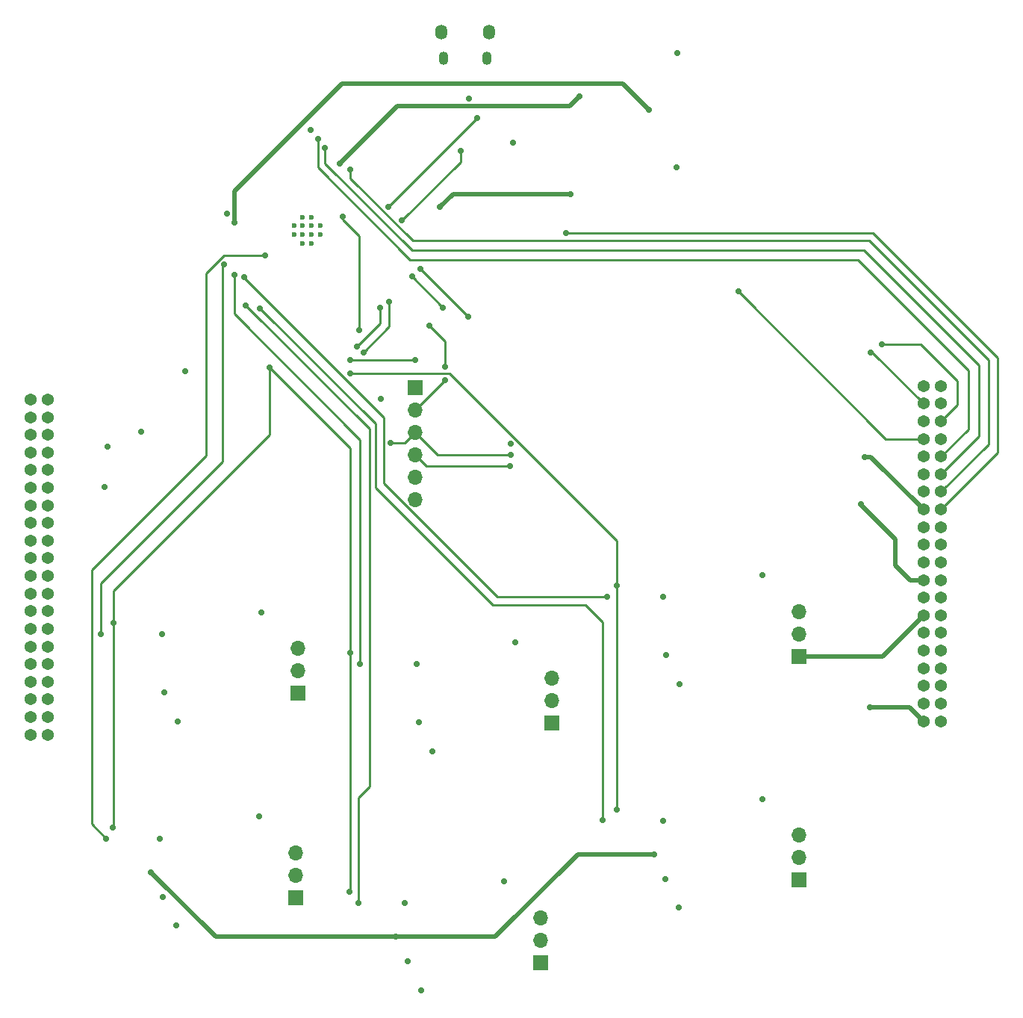
<source format=gbr>
%TF.GenerationSoftware,KiCad,Pcbnew,7.0.7*%
%TF.CreationDate,2024-02-25T10:58:23-08:00*%
%TF.ProjectId,Core-board 2,436f7265-2d62-46f6-9172-6420322e6b69,rev?*%
%TF.SameCoordinates,Original*%
%TF.FileFunction,Copper,L4,Bot*%
%TF.FilePolarity,Positive*%
%FSLAX46Y46*%
G04 Gerber Fmt 4.6, Leading zero omitted, Abs format (unit mm)*
G04 Created by KiCad (PCBNEW 7.0.7) date 2024-02-25 10:58:23*
%MOMM*%
%LPD*%
G01*
G04 APERTURE LIST*
%TA.AperFunction,ComponentPad*%
%ADD10R,1.700000X1.700000*%
%TD*%
%TA.AperFunction,ComponentPad*%
%ADD11O,1.700000X1.700000*%
%TD*%
%TA.AperFunction,HeatsinkPad*%
%ADD12C,0.600000*%
%TD*%
%TA.AperFunction,ComponentPad*%
%ADD13O,1.350000X1.700000*%
%TD*%
%TA.AperFunction,ComponentPad*%
%ADD14O,1.100000X1.500000*%
%TD*%
%TA.AperFunction,ComponentPad*%
%ADD15C,1.371600*%
%TD*%
%TA.AperFunction,ViaPad*%
%ADD16C,0.711200*%
%TD*%
%TA.AperFunction,Conductor*%
%ADD17C,0.508000*%
%TD*%
%TA.AperFunction,Conductor*%
%ADD18C,0.254000*%
%TD*%
G04 APERTURE END LIST*
D10*
%TO.P,J9,1,Pin_1*%
%TO.N,/HX2_E+*%
X137782500Y-110465000D03*
D11*
%TO.P,J9,2,Pin_2*%
%TO.N,GND*%
X137782500Y-107925000D03*
%TO.P,J9,3,Pin_3*%
%TO.N,/HX2_A+*%
X137782500Y-105385000D03*
%TD*%
D12*
%TO.P,U10,41,GND__2*%
%TO.N,GND*%
X108535177Y-55094975D03*
X109525127Y-56084924D03*
X108535177Y-54105025D03*
X109525127Y-55094975D03*
X110515076Y-56084924D03*
X109525127Y-54105025D03*
X110515076Y-55094975D03*
X109525127Y-53115076D03*
X110515076Y-54105025D03*
X111505026Y-55094975D03*
X110515076Y-53115076D03*
X111505026Y-54105025D03*
%TD*%
D10*
%TO.P,J8,1,Pin_1*%
%TO.N,/HX3_E+*%
X165785000Y-102900000D03*
D11*
%TO.P,J8,2,Pin_2*%
%TO.N,GND*%
X165785000Y-100360000D03*
%TO.P,J8,3,Pin_3*%
%TO.N,/HX3_A+*%
X165785000Y-97820000D03*
%TD*%
D13*
%TO.P,J3,6,Shield*%
%TO.N,GND*%
X130680000Y-32120000D03*
D14*
X130370000Y-35120000D03*
X125530000Y-35120000D03*
D13*
X125220000Y-32120000D03*
%TD*%
D15*
%TO.P,J1,A1,Pin_1*%
%TO.N,+3.3V*%
X78650000Y-73800000D03*
%TO.P,J1,A2,Pin_2*%
X80650000Y-73800000D03*
%TO.P,J1,A3,Pin_3*%
%TO.N,GND*%
X78650000Y-75800000D03*
%TO.P,J1,A4,Pin_4*%
X80650000Y-75800000D03*
%TO.P,J1,A5,Pin_5*%
%TO.N,+5V*%
X78650000Y-77800000D03*
%TO.P,J1,A6,Pin_6*%
X80650000Y-77800000D03*
%TO.P,J1,A7,Pin_7*%
X78650000Y-79800000D03*
%TO.P,J1,A8,Pin_8*%
X80650000Y-79800000D03*
%TO.P,J1,A9,Pin_9*%
%TO.N,GND*%
X78650000Y-81800000D03*
%TO.P,J1,A10,Pin_10*%
X80650000Y-81800000D03*
%TO.P,J1,A11,Pin_11*%
%TO.N,unconnected-(J1A-Pin_11-PadA11)*%
X78650000Y-83800000D03*
%TO.P,J1,A12,Pin_12*%
%TO.N,unconnected-(J1A-Pin_12-PadA12)*%
X80650000Y-83800000D03*
%TO.P,J1,A13,Pin_13*%
%TO.N,GND*%
X78650000Y-85800000D03*
%TO.P,J1,A14,Pin_14*%
X80650000Y-85800000D03*
%TO.P,J1,A15,Pin_15*%
%TO.N,unconnected-(J1A-Pin_15-PadA15)*%
X78650000Y-87800000D03*
%TO.P,J1,A16,Pin_16*%
%TO.N,unconnected-(J1A-Pin_16-PadA16)*%
X80650000Y-87800000D03*
%TO.P,J1,A17,Pin_17*%
%TO.N,GND*%
X78650000Y-89800000D03*
%TO.P,J1,A18,Pin_18*%
X80650000Y-89800000D03*
%TO.P,J1,A19,Pin_19*%
%TO.N,unconnected-(J1A-Pin_19-PadA19)*%
X78650000Y-91800000D03*
%TO.P,J1,A20,Pin_20*%
%TO.N,unconnected-(J1A-Pin_20-PadA20)*%
X80650000Y-91800000D03*
%TO.P,J1,A21,Pin_21*%
%TO.N,GND*%
X78650000Y-93800000D03*
%TO.P,J1,A22,Pin_22*%
X80650000Y-93800000D03*
%TO.P,J1,A23,Pin_23*%
%TO.N,unconnected-(J1A-Pin_23-PadA23)*%
X78650000Y-95800000D03*
%TO.P,J1,A24,Pin_24*%
%TO.N,unconnected-(J1A-Pin_24-PadA24)*%
X80650000Y-95800000D03*
%TO.P,J1,A25,Pin_25*%
%TO.N,GND*%
X78650000Y-97800000D03*
%TO.P,J1,A26,Pin_26*%
X80650000Y-97800000D03*
%TO.P,J1,A27,Pin_27*%
%TO.N,unconnected-(J1A-Pin_27-PadA27)*%
X78650000Y-99800000D03*
%TO.P,J1,A28,Pin_28*%
%TO.N,unconnected-(J1A-Pin_28-PadA28)*%
X80650000Y-99800000D03*
%TO.P,J1,A29,Pin_29*%
%TO.N,unconnected-(J1A-Pin_29-PadA29)*%
X78650000Y-101800000D03*
%TO.P,J1,A30,Pin_30*%
%TO.N,unconnected-(J1A-Pin_30-PadA30)*%
X80650000Y-101800000D03*
%TO.P,J1,A31,Pin_31*%
%TO.N,unconnected-(J1A-Pin_31-PadA31)*%
X78650000Y-103800000D03*
%TO.P,J1,A32,Pin_32*%
%TO.N,unconnected-(J1A-Pin_32-PadA32)*%
X80650000Y-103800000D03*
%TO.P,J1,A33,Pin_33*%
%TO.N,unconnected-(J1A-Pin_33-PadA33)*%
X78650000Y-105799900D03*
%TO.P,J1,A34,Pin_34*%
%TO.N,unconnected-(J1A-Pin_34-PadA34)*%
X80650000Y-105799900D03*
%TO.P,J1,A35,Pin_35*%
%TO.N,unconnected-(J1A-Pin_35-PadA35)*%
X78650000Y-107799900D03*
%TO.P,J1,A36,Pin_36*%
%TO.N,unconnected-(J1A-Pin_36-PadA36)*%
X80650000Y-107799900D03*
%TO.P,J1,A37,Pin_37*%
%TO.N,unconnected-(J1A-Pin_37-PadA37)*%
X78650000Y-109799900D03*
%TO.P,J1,A38,Pin_38*%
%TO.N,unconnected-(J1A-Pin_38-PadA38)*%
X80650000Y-109799900D03*
%TO.P,J1,A39,Pin_39*%
%TO.N,unconnected-(J1A-Pin_39-PadA39)*%
X78650000Y-111799900D03*
%TO.P,J1,A40,Pin_40*%
%TO.N,unconnected-(J1A-Pin_40-PadA40)*%
X80650000Y-111799900D03*
%TO.P,J1,B1,Pin_1*%
%TO.N,/I2C_SDA*%
X179920000Y-72263169D03*
%TO.P,J1,B2,Pin_2*%
%TO.N,/SPI_CLK*%
X181920000Y-72263169D03*
%TO.P,J1,B3,Pin_3*%
%TO.N,/I2C_SCL*%
X179920000Y-74263169D03*
%TO.P,J1,B4,Pin_4*%
%TO.N,/SPI_MISO*%
X181920000Y-74263169D03*
%TO.P,J1,B5,Pin_5*%
%TO.N,GND*%
X179920000Y-76263169D03*
%TO.P,J1,B6,Pin_6*%
%TO.N,/SPI_MOSI*%
X181920000Y-76263169D03*
%TO.P,J1,B7,Pin_7*%
%TO.N,/PYRO1EN*%
X179920000Y-78263169D03*
%TO.P,J1,B8,Pin_8*%
%TO.N,GND*%
X181920000Y-78263169D03*
%TO.P,J1,B9,Pin_9*%
X179920000Y-80263069D03*
%TO.P,J1,B10,Pin_10*%
%TO.N,/TC1_CS*%
X181920000Y-80263069D03*
%TO.P,J1,B11,Pin_11*%
%TO.N,/HX1_E+*%
X179920000Y-82263069D03*
%TO.P,J1,B12,Pin_12*%
%TO.N,/TC2_CS*%
X181920000Y-82263069D03*
%TO.P,J1,B13,Pin_13*%
%TO.N,GND*%
X179920000Y-84263069D03*
%TO.P,J1,B14,Pin_14*%
%TO.N,/TC3_CS*%
X181920000Y-84263069D03*
%TO.P,J1,B15,Pin_15*%
%TO.N,/HX1_A+*%
X179920000Y-86263069D03*
%TO.P,J1,B16,Pin_16*%
%TO.N,/TC4_CS*%
X181920000Y-86263069D03*
%TO.P,J1,B17,Pin_17*%
%TO.N,GND*%
X179920000Y-88263069D03*
%TO.P,J1,B18,Pin_18*%
X181920000Y-88263069D03*
%TO.P,J1,B19,Pin_19*%
%TO.N,/HX2_E+*%
X179920000Y-90263069D03*
%TO.P,J1,B20,Pin_20*%
%TO.N,/PYRO2EN*%
X181920000Y-90263069D03*
%TO.P,J1,B21,Pin_21*%
%TO.N,GND*%
X179920000Y-92263069D03*
%TO.P,J1,B22,Pin_22*%
%TO.N,/PYRO3EN*%
X181920000Y-92263069D03*
%TO.P,J1,B23,Pin_23*%
%TO.N,/HX2_A+*%
X179920000Y-94263069D03*
%TO.P,J1,B24,Pin_24*%
%TO.N,/PYRO4EN*%
X181920000Y-94263069D03*
%TO.P,J1,B25,Pin_25*%
%TO.N,GND*%
X179920000Y-96263069D03*
%TO.P,J1,B26,Pin_26*%
X181920000Y-96263069D03*
%TO.P,J1,B27,Pin_27*%
%TO.N,/HX3_E+*%
X179920000Y-98263069D03*
%TO.P,J1,B28,Pin_28*%
%TO.N,/HX5_E+*%
X181920000Y-98263069D03*
%TO.P,J1,B29,Pin_29*%
%TO.N,GND*%
X179920000Y-100263069D03*
%TO.P,J1,B30,Pin_30*%
X181920000Y-100263069D03*
%TO.P,J1,B31,Pin_31*%
%TO.N,/HX3_A+*%
X179920000Y-102263069D03*
%TO.P,J1,B32,Pin_32*%
%TO.N,/HX5_A+*%
X181920000Y-102263069D03*
%TO.P,J1,B33,Pin_33*%
%TO.N,GND*%
X179920000Y-104263069D03*
%TO.P,J1,B34,Pin_34*%
X181920000Y-104263069D03*
%TO.P,J1,B35,Pin_35*%
%TO.N,/HX4_E+*%
X179920000Y-106263069D03*
%TO.P,J1,B36,Pin_36*%
%TO.N,/HX6_E+*%
X181920000Y-106263069D03*
%TO.P,J1,B37,Pin_37*%
%TO.N,GND*%
X179920000Y-108263069D03*
%TO.P,J1,B38,Pin_38*%
X181920000Y-108263069D03*
%TO.P,J1,B39,Pin_39*%
%TO.N,/HX4_A+*%
X179920000Y-110263069D03*
%TO.P,J1,B40,Pin_40*%
%TO.N,/HX6_A+*%
X181920000Y-110263069D03*
%TD*%
D10*
%TO.P,J5,1,Pin_1*%
%TO.N,/HX1_E+*%
X108957500Y-107092000D03*
D11*
%TO.P,J5,2,Pin_2*%
%TO.N,GND*%
X108957500Y-104552000D03*
%TO.P,J5,3,Pin_3*%
%TO.N,/HX1_A+*%
X108957500Y-102012000D03*
%TD*%
D10*
%TO.P,J7,1,Pin_1*%
%TO.N,/HX5_E+*%
X136490000Y-137625000D03*
D11*
%TO.P,J7,2,Pin_2*%
%TO.N,GND*%
X136490000Y-135085000D03*
%TO.P,J7,3,Pin_3*%
%TO.N,/HX5_A+*%
X136490000Y-132545000D03*
%TD*%
D10*
%TO.P,J4,1,Pin_1*%
%TO.N,/SPI_MOSI_BUF*%
X122300000Y-72450000D03*
D11*
%TO.P,J4,2,Pin_2*%
%TO.N,/SPI_MISO*%
X122300000Y-74990000D03*
%TO.P,J4,3,Pin_3*%
%TO.N,/SPI_CLK_BUF*%
X122300000Y-77530000D03*
%TO.P,J4,4,Pin_4*%
%TO.N,/SD_CS_BUF*%
X122300000Y-80070000D03*
%TO.P,J4,5,Pin_5*%
%TO.N,+3.3V*%
X122300000Y-82610000D03*
%TO.P,J4,6,Pin_6*%
%TO.N,GND*%
X122300000Y-85150000D03*
%TD*%
D10*
%TO.P,J2,1,Pin_1*%
%TO.N,/HX6_E+*%
X165765000Y-128240000D03*
D11*
%TO.P,J2,2,Pin_2*%
%TO.N,GND*%
X165765000Y-125700000D03*
%TO.P,J2,3,Pin_3*%
%TO.N,/HX6_A+*%
X165765000Y-123160000D03*
%TD*%
D10*
%TO.P,J6,1,Pin_1*%
%TO.N,/HX4_E+*%
X108725000Y-130265000D03*
D11*
%TO.P,J6,2,Pin_2*%
%TO.N,GND*%
X108725000Y-127725000D03*
%TO.P,J6,3,Pin_3*%
%TO.N,/HX4_A+*%
X108725000Y-125185000D03*
%TD*%
D16*
%TO.N,GND*%
X91212500Y-77457500D03*
X161640000Y-119065000D03*
X133100000Y-78815000D03*
X150410553Y-96190000D03*
X96187500Y-70625000D03*
X152190000Y-131425000D03*
X122915000Y-140810000D03*
X93350553Y-123555000D03*
X95150000Y-133450000D03*
X121115553Y-130915000D03*
X124207500Y-113650000D03*
X133657500Y-101290000D03*
X110452373Y-43250000D03*
X152210000Y-106085000D03*
X104832500Y-97917000D03*
X132365000Y-128450000D03*
X87375000Y-79145000D03*
X95382500Y-110277000D03*
X100900000Y-52750000D03*
X150390553Y-121530000D03*
X152000000Y-34550000D03*
X104600000Y-121090000D03*
X93583053Y-100382000D03*
X128350000Y-39700000D03*
X161660000Y-93725000D03*
X118400000Y-73700000D03*
X122408053Y-103755000D03*
X151950000Y-47500000D03*
%TO.N,/ESP32-S3-WROOM-1-Breakout/BOOT*%
X139850000Y-50500000D03*
X125100000Y-52000000D03*
%TO.N,/ESP32-S3-WROOM-1-Breakout/EN*%
X113750000Y-47050000D03*
X140900000Y-39450000D03*
%TO.N,/ESP32-S3-WROOM-1-Breakout/USB_D+*%
X127400000Y-45650000D03*
X120750000Y-53500000D03*
%TO.N,/ESP32-S3-WROOM-1-Breakout/USB_D-*%
X119200000Y-51950000D03*
X129300000Y-41850000D03*
%TO.N,+5V*%
X93857500Y-106987000D03*
X150665000Y-128135000D03*
X87075000Y-83705000D03*
X150685000Y-102795000D03*
X133400000Y-44650000D03*
X121390000Y-137520000D03*
X93625000Y-130160000D03*
X122682500Y-110360000D03*
%TO.N,+3.3V*%
X149380000Y-125340000D03*
X120105000Y-134725000D03*
X148750000Y-40950000D03*
X92340000Y-127365000D03*
X101800000Y-53750000D03*
%TO.N,/I2C_SDA*%
X122250000Y-69350000D03*
X114900000Y-69350000D03*
%TO.N,/SPI_CLK*%
X119350000Y-62700000D03*
X116422700Y-68450000D03*
%TO.N,/I2C_SCL*%
X173950000Y-68450000D03*
%TO.N,/SPI_MISO*%
X125650000Y-70086100D03*
X125650000Y-71650000D03*
X123889448Y-65450000D03*
%TO.N,/SPI_MOSI*%
X175200000Y-67550000D03*
X118300000Y-63400000D03*
X115674936Y-67840493D03*
%TO.N,/PYRO1EN*%
X158900000Y-61550000D03*
%TO.N,/TC1_CS*%
X111248424Y-44250000D03*
%TO.N,/TC2_CS*%
X112050000Y-45250000D03*
%TO.N,/TC3_CS*%
X114950000Y-47700000D03*
%TO.N,/HX1_A+*%
X173250000Y-80300000D03*
%TO.N,/TC4_CS*%
X139400000Y-54900000D03*
%TO.N,/PYRO2EN*%
X122827601Y-59000000D03*
X128300000Y-64450000D03*
%TO.N,/PYRO3EN*%
X125431550Y-63400000D03*
X121900000Y-59850000D03*
%TO.N,/HX2_A+*%
X172800000Y-85700000D03*
%TO.N,/HX4_A+*%
X173850000Y-108650000D03*
%TO.N,/SPI_CLK_BUF*%
X119521998Y-78736998D03*
X133100000Y-80065000D03*
%TO.N,/SD_CS_BUF*%
X133020000Y-81345000D03*
%TO.N,/SD_CS*%
X115900000Y-65900000D03*
X114050000Y-53100000D03*
%TO.N,/HX_CLK*%
X87950000Y-122285000D03*
X88050000Y-99112000D03*
X145150000Y-94920000D03*
X114900000Y-102500000D03*
X145100000Y-120260000D03*
X105750000Y-70150000D03*
X114950000Y-70850000D03*
X114850000Y-129645000D03*
%TO.N,/HX6_DT*%
X104700000Y-63450000D03*
X143500000Y-121500000D03*
%TO.N,/HX1_DT*%
X86650000Y-100400000D03*
X100600000Y-58500000D03*
%TO.N,/HX2_DT*%
X101750000Y-59700000D03*
X116050000Y-103755000D03*
%TO.N,/HX3_DT*%
X144000000Y-96200000D03*
X102850000Y-59950000D03*
%TO.N,/HX4_DT*%
X87250000Y-123555000D03*
X105250000Y-57450000D03*
%TO.N,/HX5_DT*%
X115850000Y-130915000D03*
X103050000Y-63100000D03*
%TD*%
D17*
%TO.N,/ESP32-S3-WROOM-1-Breakout/BOOT*%
X126900000Y-50500000D02*
X126600000Y-50500000D01*
X139850000Y-50500000D02*
X126900000Y-50500000D01*
X126600000Y-50500000D02*
X125100000Y-52000000D01*
%TO.N,/ESP32-S3-WROOM-1-Breakout/EN*%
X120236400Y-40563600D02*
X113750000Y-47050000D01*
X139786400Y-40563600D02*
X120236400Y-40563600D01*
X140900000Y-39450000D02*
X139786400Y-40563600D01*
%TO.N,/HX3_E+*%
X175283069Y-102900000D02*
X179920000Y-98263069D01*
X165785000Y-102900000D02*
X175283069Y-102900000D01*
D18*
%TO.N,/ESP32-S3-WROOM-1-Breakout/USB_D+*%
X127400000Y-46850000D02*
X120750000Y-53500000D01*
X127400000Y-46850000D02*
X127400000Y-45650000D01*
%TO.N,/ESP32-S3-WROOM-1-Breakout/USB_D-*%
X119200000Y-51950000D02*
X129300000Y-41850000D01*
D17*
%TO.N,+3.3V*%
X120105000Y-134725000D02*
X99700000Y-134725000D01*
X113954406Y-38000000D02*
X101800000Y-50154406D01*
X148750000Y-40950000D02*
X145800000Y-38000000D01*
X149380000Y-125340000D02*
X140710000Y-125340000D01*
X99700000Y-134725000D02*
X92340000Y-127365000D01*
X140710000Y-125340000D02*
X131325000Y-134725000D01*
X101800000Y-50154406D02*
X101800000Y-53750000D01*
X145800000Y-38000000D02*
X113954406Y-38000000D01*
X131325000Y-134725000D02*
X120105000Y-134725000D01*
D18*
%TO.N,/I2C_SDA*%
X114900000Y-69350000D02*
X122250000Y-69350000D01*
%TO.N,/SPI_CLK*%
X116422700Y-68450000D02*
X119350000Y-65522700D01*
X119350000Y-65522700D02*
X119350000Y-62700000D01*
%TO.N,/I2C_SCL*%
X174106831Y-68450000D02*
X173950000Y-68450000D01*
X179920000Y-74263169D02*
X174106831Y-68450000D01*
%TO.N,/SPI_MISO*%
X123900000Y-65450000D02*
X125650000Y-67200000D01*
X125640000Y-71650000D02*
X122300000Y-74990000D01*
X125650000Y-67200000D02*
X125650000Y-70086100D01*
X123889448Y-65450000D02*
X123900000Y-65450000D01*
X125650000Y-71650000D02*
X125640000Y-71650000D01*
%TO.N,/SPI_MOSI*%
X183750000Y-71700000D02*
X183750000Y-74433169D01*
X115674936Y-67825064D02*
X118300000Y-65200000D01*
X179600000Y-67550000D02*
X183750000Y-71700000D01*
X183750000Y-74433169D02*
X181920000Y-76263169D01*
X175200000Y-67550000D02*
X179600000Y-67550000D01*
X118300000Y-65200000D02*
X118300000Y-63400000D01*
X115674936Y-67840493D02*
X115674936Y-67825064D01*
%TO.N,/PYRO1EN*%
X158900000Y-61550000D02*
X175613169Y-78263169D01*
X175613169Y-78263169D02*
X179920000Y-78263169D01*
%TO.N,/TC1_CS*%
X185000000Y-70500000D02*
X185000000Y-77183069D01*
X111248424Y-44250000D02*
X111248424Y-47498424D01*
X121700000Y-57950000D02*
X172450000Y-57950000D01*
X172450000Y-57950000D02*
X185000000Y-70500000D01*
X111248424Y-47498424D02*
X121700000Y-57950000D01*
X185000000Y-77183069D02*
X181920000Y-80263069D01*
%TO.N,/TC2_CS*%
X186200000Y-69900000D02*
X186200000Y-77983069D01*
X121900000Y-56900000D02*
X173200000Y-56900000D01*
X186200000Y-77983069D02*
X181920000Y-82263069D01*
X173200000Y-56900000D02*
X186200000Y-69900000D01*
X112050000Y-45250000D02*
X112050000Y-47050000D01*
X112050000Y-47050000D02*
X121900000Y-56900000D01*
%TO.N,/TC3_CS*%
X187300000Y-69350000D02*
X187300000Y-78883069D01*
X114950000Y-47700000D02*
X114950000Y-48741710D01*
X187300000Y-78883069D02*
X181920000Y-84263069D01*
X114950000Y-48741710D02*
X122008290Y-55800000D01*
X122008290Y-55800000D02*
X173750000Y-55800000D01*
X173750000Y-55800000D02*
X187300000Y-69350000D01*
D17*
%TO.N,/HX1_A+*%
X173956931Y-80300000D02*
X179920000Y-86263069D01*
X173250000Y-80300000D02*
X173956931Y-80300000D01*
D18*
%TO.N,/TC4_CS*%
X174150000Y-54900000D02*
X188350000Y-69100000D01*
X188350000Y-69100000D02*
X188350000Y-79833069D01*
X188350000Y-79833069D02*
X181920000Y-86263069D01*
X139400000Y-54900000D02*
X174150000Y-54900000D01*
%TO.N,/PYRO2EN*%
X122827601Y-59000000D02*
X128277601Y-64450000D01*
X128277601Y-64450000D02*
X128300000Y-64450000D01*
%TO.N,/PYRO3EN*%
X121900000Y-59850000D02*
X125431550Y-63381550D01*
X125431550Y-63381550D02*
X125431550Y-63400000D01*
D17*
%TO.N,/HX2_A+*%
X178436931Y-94263069D02*
X179920000Y-94263069D01*
X176700000Y-89650000D02*
X176700000Y-92600000D01*
X176700000Y-92600000D02*
X178400000Y-94300000D01*
X172800000Y-85750000D02*
X176700000Y-89650000D01*
X178400000Y-94300000D02*
X178436931Y-94263069D01*
X172800000Y-85700000D02*
X172800000Y-85750000D01*
%TO.N,/HX4_A+*%
X173850000Y-108650000D02*
X178306931Y-108650000D01*
X178306931Y-108650000D02*
X179920000Y-110263069D01*
D18*
%TO.N,/SPI_CLK_BUF*%
X121093002Y-78736998D02*
X122300000Y-77530000D01*
X124835000Y-80065000D02*
X122300000Y-77530000D01*
X133100000Y-80065000D02*
X124835000Y-80065000D01*
X119521998Y-78736998D02*
X121093002Y-78736998D01*
%TO.N,/SD_CS_BUF*%
X123575000Y-81345000D02*
X122300000Y-80070000D01*
X133020000Y-81345000D02*
X123575000Y-81345000D01*
%TO.N,/SD_CS*%
X115900000Y-55250000D02*
X114050000Y-53400000D01*
X115900000Y-65900000D02*
X115900000Y-55250000D01*
X114050000Y-53400000D02*
X114050000Y-53100000D01*
%TO.N,/HX_CLK*%
X114900000Y-102500000D02*
X114900000Y-129450000D01*
X114900000Y-102500000D02*
X114900000Y-79300000D01*
X114900000Y-79300000D02*
X105750000Y-70150000D01*
X145150000Y-94920000D02*
X145150000Y-120210000D01*
X145150000Y-89823290D02*
X145150000Y-94920000D01*
X145150000Y-120210000D02*
X145100000Y-120260000D01*
X88050000Y-122185000D02*
X88050000Y-99112000D01*
X114950000Y-70850000D02*
X126176710Y-70850000D01*
X105750000Y-70150000D02*
X105750000Y-70550000D01*
X87950000Y-122285000D02*
X88050000Y-122185000D01*
X105750000Y-70550000D02*
X105750000Y-77800000D01*
X105750000Y-77800000D02*
X88050000Y-95500000D01*
X88050000Y-95500000D02*
X88050000Y-99112000D01*
X126176710Y-70850000D02*
X145150000Y-89823290D01*
%TO.N,/HX6_DT*%
X117800000Y-83800000D02*
X117800000Y-76550000D01*
X143500000Y-121500000D02*
X143500000Y-99050000D01*
X117800000Y-76550000D02*
X104700000Y-63450000D01*
X143500000Y-99050000D02*
X141550000Y-97100000D01*
X131100000Y-97100000D02*
X117800000Y-83800000D01*
X141550000Y-97100000D02*
X131100000Y-97100000D01*
%TO.N,/HX1_DT*%
X100400000Y-80850000D02*
X86650000Y-94600000D01*
X100600000Y-58500000D02*
X100400000Y-58700000D01*
X100400000Y-58700000D02*
X100400000Y-80850000D01*
X86650000Y-94600000D02*
X86650000Y-100400000D01*
%TO.N,/HX2_DT*%
X116050000Y-103755000D02*
X116050000Y-78400000D01*
X101750000Y-64100000D02*
X116050000Y-78400000D01*
X101750000Y-64100000D02*
X101750000Y-59700000D01*
%TO.N,/HX3_DT*%
X131609103Y-96200000D02*
X118700000Y-83290897D01*
X102850000Y-60000000D02*
X102850000Y-59950000D01*
X118700000Y-83290897D02*
X118700000Y-75850000D01*
X144000000Y-96200000D02*
X131609103Y-96200000D01*
X118700000Y-75850000D02*
X102850000Y-60000000D01*
%TO.N,/HX4_DT*%
X87250000Y-123555000D02*
X85600000Y-121905000D01*
X100608290Y-57450000D02*
X105250000Y-57450000D01*
X85600000Y-93100000D02*
X98550000Y-80150000D01*
X98550000Y-59508290D02*
X100608290Y-57450000D01*
X85600000Y-121905000D02*
X85600000Y-93100000D01*
X98550000Y-80150000D02*
X98550000Y-59508290D01*
%TO.N,/HX5_DT*%
X115850000Y-118900000D02*
X117100000Y-117650000D01*
X117100000Y-117650000D02*
X117100000Y-77150000D01*
X117100000Y-77150000D02*
X103050000Y-63100000D01*
X115850000Y-130915000D02*
X115850000Y-118900000D01*
%TD*%
M02*

</source>
